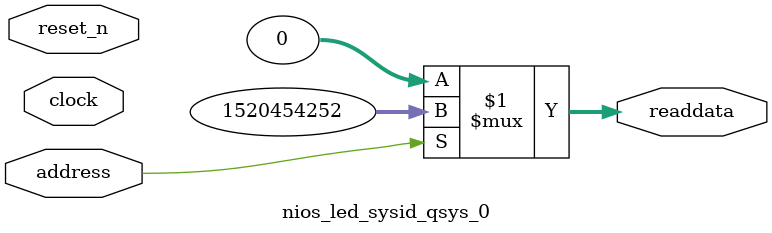
<source format=v>



// synthesis translate_off
`timescale 1ns / 1ps
// synthesis translate_on

// turn off superfluous verilog processor warnings 
// altera message_level Level1 
// altera message_off 10034 10035 10036 10037 10230 10240 10030 

module nios_led_sysid_qsys_0 (
               // inputs:
                address,
                clock,
                reset_n,

               // outputs:
                readdata
             )
;

  output  [ 31: 0] readdata;
  input            address;
  input            clock;
  input            reset_n;

  wire    [ 31: 0] readdata;
  //control_slave, which is an e_avalon_slave
  assign readdata = address ? 1520454252 : 0;

endmodule



</source>
